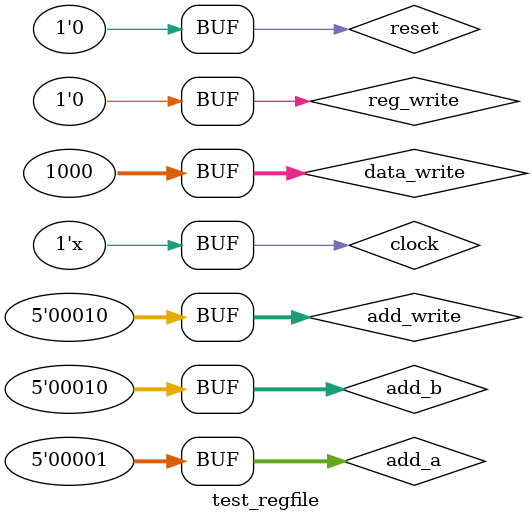
<source format=v>
`timescale 1ns / 1ps


module test_regfile;

	// Inputs
	reg clock;
	reg reset;
	reg reg_write;
	reg [4:0] add_a;
	reg [4:0] add_b;
	reg [4:0] add_write;
	reg [31:0] data_write;

	// Outputs
	wire [31:0] data_a;
	wire [31:0] data_b;
	

	// Instantiate the Unit Under Test (UUT)
	Register_File uut (
		.clock(clock), 
		.reset(reset), 
		.reg_write(reg_write), 
		.add_a(add_a), 
		.add_b(add_b), 
		.add_write(add_write), 
		.data_write(data_write),
		.data_a(data_a), 
		.data_b(data_b)
		
	);

	initial begin
		// Initialize Inputs
		clock = 0;
		reset = 1;
		reg_write = 0;
		add_a = 0;
		add_b = 0;
		add_write = 0;

		// Wait 100 ns for global reset to finish
		#10;
        reset =0;
		 #10
		reg_write = 1;
		add_write = 1;
		data_write = 500;
 		#20
		add_write = 2;
		data_write = 1000;
		#20
		reg_write = 0;
		add_a = 1;
		add_b = 2;
		
		// Add stimulus here

	end
      always #10 clock = ~clock;
endmodule


</source>
